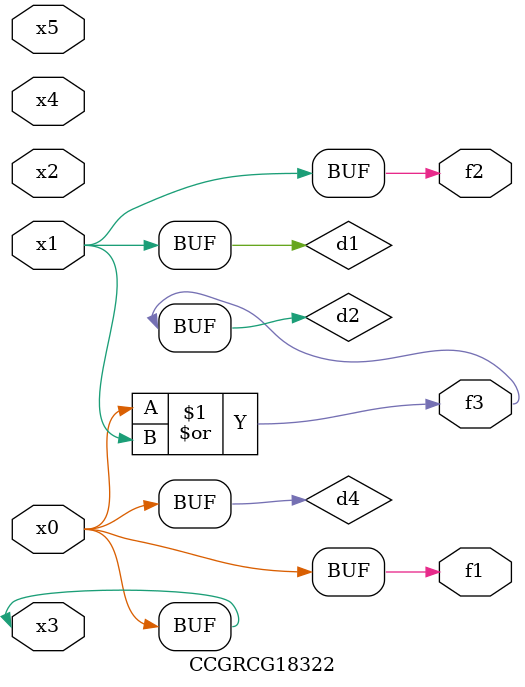
<source format=v>
module CCGRCG18322(
	input x0, x1, x2, x3, x4, x5,
	output f1, f2, f3
);

	wire d1, d2, d3, d4;

	and (d1, x1);
	or (d2, x0, x1);
	nand (d3, x0, x5);
	buf (d4, x0, x3);
	assign f1 = d4;
	assign f2 = d1;
	assign f3 = d2;
endmodule

</source>
